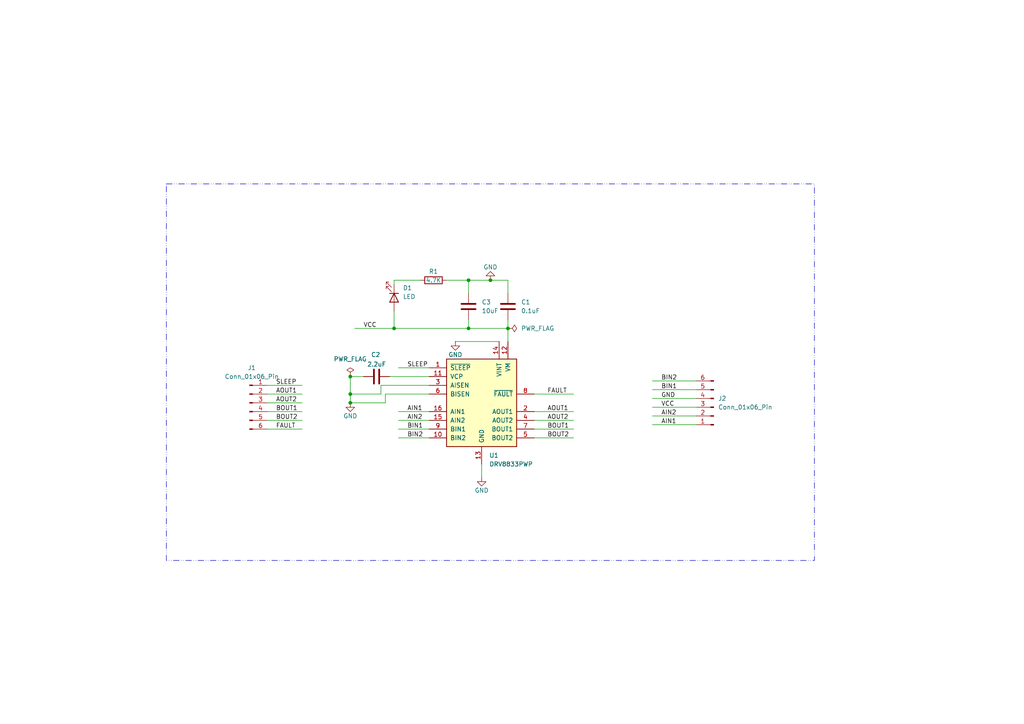
<source format=kicad_sch>
(kicad_sch (version 20231120) (generator "eeschema") (generator_version "8.0")
  (paper "A4")
  (title_block (title "DRV8833") (company "HisarCS") (comment 1 "Emre Day1.)"))
  (lib_symbols
    (symbol "Connector:Conn_01x06_Pin" (pin_names (offset 1.016) hide)
      (property "Reference" "J" (at 0 7.62 0))
      (property "Value" "Conn_01x06_Pin" (at 0 -10.16 0))
      (symbol "Conn_01x06_Pin_1_1"
        (polyline (pts (xy 1.27 -7.62) (xy 0.8636 -7.62)) (stroke (width 0.1524)))
        (polyline (pts (xy 1.27 -5.08) (xy 0.8636 -5.08)) (stroke (width 0.1524)))
        (polyline (pts (xy 1.27 -2.54) (xy 0.8636 -2.54)) (stroke (width 0.1524)))
        (polyline (pts (xy 1.27 0) (xy 0.8636 0)) (stroke (width 0.1524)))
        (polyline (pts (xy 1.27 2.54) (xy 0.8636 2.54)) (stroke (width 0.1524)))
        (polyline (pts (xy 1.27 5.08) (xy 0.8636 5.08)) (stroke (width 0.1524)))
        (rectangle (start 0.8636 -7.493) (end 0 -7.747) (stroke (width 0.1524)) (fill (type outline)))
        (rectangle (start 0.8636 -4.953) (end 0 -5.207) (stroke (width 0.1524)) (fill (type outline)))
        (rectangle (start 0.8636 -2.413) (end 0 -2.667) (stroke (width 0.1524)) (fill (type outline)))
        (rectangle (start 0.8636 0.127) (end 0 -0.127) (stroke (width 0.1524)) (fill (type outline)))
        (rectangle (start 0.8636 2.667) (end 0 2.413) (stroke (width 0.1524)) (fill (type outline)))
        (rectangle (start 0.8636 5.207) (end 0 4.953) (stroke (width 0.1524)) (fill (type outline)))
        (pin passive line (at 5.08 5.08 180) (length 3.81) (name "Pin_1") (number "1"))
        (pin passive line (at 5.08 2.54 180) (length 3.81) (name "Pin_2") (number "2"))
        (pin passive line (at 5.08 0 180) (length 3.81) (name "Pin_3") (number "3"))
        (pin passive line (at 5.08 -2.54 180) (length 3.81) (name "Pin_4") (number "4"))
        (pin passive line (at 5.08 -5.08 180) (length 3.81) (name "Pin_5") (number "5"))
        (pin passive line (at 5.08 -7.62 180) (length 3.81) (name "Pin_6") (number "6"))
      )
    )
    (symbol "Device:C" (pin_numbers hide) (pin_names (offset 0.254))
      (property "Reference" "C" (at 0.635 2.54 0))
      (property "Value" "C" (at 0.635 -2.54 0))
      (symbol "C_0_1"
        (polyline (pts (xy -2.032 -0.762) (xy 2.032 -0.762)) (stroke (width 0.508)))
        (polyline (pts (xy -2.032 0.762) (xy 2.032 0.762)) (stroke (width 0.508)))
      )
      (symbol "C_1_1"
        (pin passive line (at 0 3.81 270) (length 2.794) (name "~") (number "1"))
        (pin passive line (at 0 -3.81 90) (length 2.794) (name "~") (number "2"))
      )
    )
    (symbol "Device:LED" (pin_numbers hide) (pin_names (offset 1.016) hide)
      (property "Reference" "D" (at 0 2.54 0))
      (property "Value" "LED" (at 0 -2.54 0))
      (symbol "LED_0_1"
        (polyline (pts (xy -1.27 -1.27) (xy -1.27 1.27)) (stroke (width 0.254)))
        (polyline (pts (xy -1.27 0) (xy 1.27 0)))
        (polyline (pts (xy 1.27 -1.27) (xy 1.27 1.27) (xy -1.27 0) (xy 1.27 -1.27)) (stroke (width 0.254)))
        (polyline (pts (xy -3.048 -0.762) (xy -4.572 -2.286) (xy -3.81 -2.286) (xy -4.572 -2.286) (xy -4.572 -1.524)))
        (polyline (pts (xy -1.778 -0.762) (xy -3.302 -2.286) (xy -2.54 -2.286) (xy -3.302 -2.286) (xy -3.302 -1.524)))
      )
      (symbol "LED_1_1"
        (pin passive line (at -3.81 0 0) (length 2.54) (name "K") (number "1"))
        (pin passive line (at 3.81 0 180) (length 2.54) (name "A") (number "2"))
      )
    )
    (symbol "Device:R" (pin_numbers hide) (pin_names (offset 0))
      (property "Reference" "R" (at 2.032 0 90))
      (property "Value" "R" (at 0 0 90))
      (symbol "R_0_1"
        (rectangle (start -1.016 -2.54) (end 1.016 2.54) (stroke (width 0.254)))
      )
      (symbol "R_1_1"
        (pin passive line (at 0 3.81 270) (length 1.27) (name "~") (number "1"))
        (pin passive line (at 0 -3.81 90) (length 1.27) (name "~") (number "2"))
      )
    )
    (symbol "Driver_Motor:DRV8833PWP" (pin_names (offset 1.016))
      (property "Reference" "U" (at -3.81 16.51 0))
      (property "Value" "DRV8833PWP" (at -3.81 13.97 0))
      (symbol "DRV8833PWP_0_1"
        (rectangle (start -10.16 12.7) (end 10.16 -12.7) (stroke (width 0.254)) (fill (type background)))
      )
      (symbol "DRV8833PWP_1_1"
        (pin input line (at -15.24 10.16 0) (length 5.08) (name "~{SLEEP}") (number "1"))
        (pin input line (at -15.24 -10.16 0) (length 5.08) (name "BIN2") (number "10"))
        (pin bidirectional line (at -15.24 7.62 0) (length 5.08) (name "VCP") (number "11"))
        (pin power_in line (at 7.62 17.78 270) (length 5.08) (name "VM") (number "12"))
        (pin power_in line (at 0 -17.78 90) (length 5.08) (name "GND") (number "13"))
        (pin power_in line (at 5.08 17.78 270) (length 5.08) (name "VINT") (number "14"))
        (pin input line (at -15.24 -5.08 0) (length 5.08) (name "AIN2") (number "15"))
        (pin input line (at -15.24 -2.54 0) (length 5.08) (name "AIN1") (number "16"))
        (pin passive line (at 0 -17.78 90) (length 5.08) hide (name "GND") (number "17"))
        (pin power_out line (at 15.24 -2.54 180) (length 5.08) (name "AOUT1") (number "2"))
        (pin bidirectional line (at -15.24 5.08 0) (length 5.08) (name "AISEN") (number "3"))
        (pin power_out line (at 15.24 -5.08 180) (length 5.08) (name "AOUT2") (number "4"))
        (pin power_out line (at 15.24 -10.16 180) (length 5.08) (name "BOUT2") (number "5"))
        (pin bidirectional line (at -15.24 2.54 0) (length 5.08) (name "BISEN") (number "6"))
        (pin power_out line (at 15.24 -7.62 180) (length 5.08) (name "BOUT1") (number "7"))
        (pin open_collector line (at 15.24 2.54 180) (length 5.08) (name "~{FAULT}") (number "8"))
        (pin input line (at -15.24 -7.62 0) (length 5.08) (name "BIN1") (number "9"))
      )
    )
    (symbol "power:GND" (power) (pin_numbers hide) (pin_names (offset 0) hide)
      (property "Value" "GND" (at 0 -3.81 0))
      (symbol "GND_0_1"
        (polyline (pts (xy 0 0) (xy 0 -1.27) (xy 1.27 -1.27) (xy 0 -2.54) (xy -1.27 -1.27) (xy 0 -1.27)))
      )
      (symbol "GND_1_1"
        (pin power_in line (at 0 0 270) (length 0) (name "~") (number "1"))
      )
    )
    (symbol "power:PWR_FLAG" (power) (pin_numbers hide) (pin_names (offset 0) hide)
      (property "Value" "PWR_FLAG" (at 0 3.81 0))
      (symbol "PWR_FLAG_0_0"
        (pin power_out line (at 0 0 90) (length 0) (name "~") (number "1"))
      )
      (symbol "PWR_FLAG_0_1"
        (polyline (pts (xy 0 0) (xy 0 1.27) (xy -1.016 1.905) (xy 0 2.54) (xy 1.016 1.905) (xy 0 1.27)))
      )
    )
  )
  (junction (at 142.24 81.28))
  (junction (at 114.3 95.25))
  (junction (at 147.32 95.25))
  (junction (at 135.89 95.25))
  (junction (at 101.6 109.22))
  (junction (at 101.6 116.84))
  (junction (at 101.6 114.3))
  (junction (at 135.89 81.28))
  (wire (pts (xy 110.49 111.76) (xy 124.46 111.76)))
  (wire (pts (xy 154.94 121.92) (xy 166.37 121.92)))
  (wire (pts (xy 147.32 85.09) (xy 147.32 81.28)))
  (wire (pts (xy 115.57 119.38) (xy 124.46 119.38)))
  (wire (pts (xy 135.89 95.25) (xy 147.32 95.25)))
  (wire (pts (xy 77.47 121.92) (xy 87.63 121.92)))
  (wire (pts (xy 132.08 99.06) (xy 144.78 99.06)))
  (wire (pts (xy 115.57 121.92) (xy 124.46 121.92)))
  (wire (pts (xy 135.89 81.28) (xy 142.24 81.28)))
  (wire (pts (xy 147.32 81.28) (xy 142.24 81.28)))
  (wire (pts (xy 105.41 109.22) (xy 101.6 109.22)))
  (wire (pts (xy 101.6 109.22) (xy 101.6 114.3)))
  (wire (pts (xy 147.32 95.25) (xy 147.32 99.06)))
  (wire (pts (xy 139.7 134.62) (xy 139.7 138.43)))
  (wire (pts (xy 154.94 119.38) (xy 166.37 119.38)))
  (wire (pts (xy 115.57 124.46) (xy 124.46 124.46)))
  (wire (pts (xy 111.76 116.84) (xy 101.6 116.84)))
  (wire (pts (xy 115.57 106.68) (xy 124.46 106.68)))
  (wire (pts (xy 147.32 92.71) (xy 147.32 95.25)))
  (wire (pts (xy 114.3 81.28) (xy 114.3 82.55)))
  (wire (pts (xy 189.23 113.03) (xy 201.93 113.03)))
  (wire (pts (xy 110.49 114.3) (xy 101.6 114.3)))
  (wire (pts (xy 111.76 114.3) (xy 124.46 114.3)))
  (wire (pts (xy 102.87 95.25) (xy 114.3 95.25)))
  (wire (pts (xy 135.89 92.71) (xy 135.89 95.25)))
  (wire (pts (xy 77.47 116.84) (xy 87.63 116.84)))
  (wire (pts (xy 114.3 95.25) (xy 135.89 95.25)))
  (wire (pts (xy 111.76 114.3) (xy 111.76 116.84)))
  (wire (pts (xy 101.6 114.3) (xy 101.6 116.84)))
  (wire (pts (xy 189.23 110.49) (xy 201.93 110.49)))
  (wire (pts (xy 77.47 114.3) (xy 87.63 114.3)))
  (wire (pts (xy 154.94 124.46) (xy 166.37 124.46)))
  (wire (pts (xy 110.49 111.76) (xy 110.49 114.3)))
  (wire (pts (xy 189.23 123.19) (xy 201.93 123.19)))
  (wire (pts (xy 129.54 81.28) (xy 135.89 81.28)))
  (wire (pts (xy 189.23 115.57) (xy 201.93 115.57)))
  (wire (pts (xy 114.3 95.25) (xy 114.3 90.17)))
  (wire (pts (xy 121.92 81.28) (xy 114.3 81.28)))
  (wire (pts (xy 77.47 111.76) (xy 87.63 111.76)))
  (wire (pts (xy 77.47 119.38) (xy 87.63 119.38)))
  (wire (pts (xy 115.57 127) (xy 124.46 127)))
  (wire (pts (xy 77.47 124.46) (xy 87.63 124.46)))
  (wire (pts (xy 189.23 120.65) (xy 201.93 120.65)))
  (wire (pts (xy 154.94 127) (xy 166.37 127)))
  (wire (pts (xy 135.89 81.28) (xy 135.89 85.09)))
  (wire (pts (xy 154.94 114.3) (xy 166.37 114.3)))
  (wire (pts (xy 113.03 109.22) (xy 124.46 109.22)))
  (wire (pts (xy 189.23 118.11) (xy 201.93 118.11)))
  (rectangle (start 48.26 53.34) (end 236.22 162.56) (stroke (width 0) (type dash_dot_dot)))
  (label "SLEEP" (at 80.01 111.76 0))
  (label "VCC" (at 191.77 118.11 0))
  (label "BOUT1" (at 80.01 119.38 0))
  (label "AIN2" (at 118.11 121.92 0))
  (label "BOUT1" (at 158.75 124.46 0))
  (label "AOUT2" (at 158.75 121.92 0))
  (label "BIN2" (at 118.11 127 0))
  (label "BIN2" (at 191.77 110.49 0))
  (label "FAULT" (at 80.01 124.46 0))
  (label "AOUT1" (at 80.01 114.3 0))
  (label "SLEEP" (at 118.11 106.68 0))
  (label "AIN2" (at 191.77 120.65 0))
  (label "BIN1" (at 191.77 113.03 0))
  (label "AOUT2" (at 80.01 116.84 0))
  (label "VCC" (at 105.41 95.25 0))
  (label "AOUT1" (at 158.75 119.38 0))
  (label "AIN1" (at 191.77 123.19 0))
  (label "BOUT2" (at 80.01 121.92 0))
  (label "BIN1" (at 118.11 124.46 0))
  (label "FAULT" (at 158.75 114.3 0))
  (label "AIN1" (at 118.11 119.38 0))
  (label "BOUT2" (at 158.75 127 0))
  (label "GND" (at 191.77 115.57 0))
  (symbol (lib_id "Connector:Conn_01x06_Pin") (at 207.01 118.11 180) (unit 1)
    (property "Reference" "J2" (at 208.28 115.5699 0) (effects (justify right)))
    (property "Value" "Conn_01x06_Pin" (at 208.28 118.1099 0) (effects (justify right)))
    (property "Footprint" "Connector_PinHeader_2.54mm:PinHeader_1x06_P2.54mm_Vertical" (effects (hide yes)))
    (property "Description" "Generic connector, single row, 01x06, script generated" (effects (hide yes)))
  )
  (symbol (lib_id "Driver_Motor:DRV8833PWP") (at 139.7 116.84 0) (unit 1)
    (property "Reference" "U1" (at 141.8941 132.08 0) (effects (justify left)))
    (property "Value" "DRV8833PWP" (at 141.8941 134.62 0) (effects (justify left)))
    (property "Footprint" "Package_SO:HTSSOP-16-1EP_4.4x5mm_P0.65mm_EP3.4x5mm_Mask2.46x2.31mm_ThermalVias" (effects (hide yes)))
    (property "Datasheet" "http://www.ti.com/lit/ds/symlink/drv8833.pdf" (effects (hide yes)))
    (property "Description" "Dual H-Bridge Motor Driver, HTSSOP-16" (effects (hide yes)))
  )
  (symbol (lib_id "power:PWR_FLAG") (at 101.6 109.22 0) (unit 1)
    (property "Reference" "#FLG01" (effects (hide yes)))
    (property "Value" "PWR_FLAG" (at 101.6 104.14 0))
    (property "Description" "Special symbol for telling ERC where power comes from" (effects (hide yes)))
  )
  (symbol (lib_id "Device:LED") (at 114.3 86.36 270) (unit 1)
    (property "Reference" "D1" (at 116.84 83.5024 90) (effects (justify left)))
    (property "Value" "LED" (at 116.84 86.0424 90) (effects (justify left)))
    (property "Footprint" "LED_SMD:LED_0805_2012Metric" (effects (hide yes)))
    (property "Description" "Light emitting diode" (effects (hide yes)))
  )
  (symbol (lib_id "power:PWR_FLAG") (at 147.32 95.25 270) (unit 1)
    (property "Reference" "#FLG02" (effects (hide yes)))
    (property "Value" "PWR_FLAG" (at 151.13 95.2499 90) (effects (justify left)))
    (property "Description" "Special symbol for telling ERC where power comes from" (effects (hide yes)))
  )
  (symbol (lib_id "power:GND") (at 101.6 116.84 0) (unit 1)
    (property "Reference" "#PWR01" (effects (hide yes)))
    (property "Value" "GND" (at 101.6 120.65 0))
    (property "Description" "Power symbol creates a global label with name \"GND\" , ground" (effects (hide yes)))
  )
  (symbol (lib_id "power:GND") (at 132.08 99.06 0) (unit 1)
    (property "Reference" "#PWR03" (effects (hide yes)))
    (property "Value" "GND" (at 132.08 102.87 0))
    (property "Description" "Power symbol creates a global label with name \"GND\" , ground" (effects (hide yes)))
  )
  (symbol (lib_id "Device:C") (at 135.89 88.9 0) (unit 1)
    (property "Reference" "C3" (at 139.7 87.6299 0) (effects (justify left)))
    (property "Value" "10uF" (at 139.7 90.1699 0) (effects (justify left)))
    (property "Footprint" "Capacitor_Tantalum_SMD:CP_EIA-3528-15_AVX-H" (effects (hide yes)))
    (property "Description" "Unpolarized capacitor" (effects (hide yes)))
  )
  (symbol (lib_id "Device:C") (at 109.22 109.22 90) (unit 1)
    (property "Reference" "C2" (at 108.966 102.87 90))
    (property "Value" "2.2uF" (at 109.22 105.664 90))
    (property "Footprint" "Capacitor_SMD:C_0805_2012Metric" (effects (hide yes)))
    (property "Description" "Unpolarized capacitor" (effects (hide yes)))
  )
  (symbol (lib_id "power:GND") (at 139.7 138.43 0) (unit 1)
    (property "Reference" "#PWR02" (effects (hide yes)))
    (property "Value" "GND" (at 139.7 142.24 0))
    (property "Description" "Power symbol creates a global label with name \"GND\" , ground" (effects (hide yes)))
  )
  (symbol (lib_id "Connector:Conn_01x06_Pin") (at 72.39 116.84 0) (unit 1)
    (property "Reference" "J1" (at 73.025 106.68 0))
    (property "Value" "Conn_01x06_Pin" (at 73.025 109.22 0))
    (property "Footprint" "Connector_PinHeader_2.54mm:PinHeader_1x06_P2.54mm_Vertical" (effects (hide yes)))
    (property "Description" "Generic connector, single row, 01x06, script generated" (effects (hide yes)))
  )
  (symbol (lib_id "power:GND") (at 142.24 81.28 180) (unit 1)
    (property "Reference" "#PWR04" (effects (hide yes)))
    (property "Value" "GND" (at 142.24 77.47 0))
    (property "Description" "Power symbol creates a global label with name \"GND\" , ground" (effects (hide yes)))
  )
  (symbol (lib_id "Device:R") (at 125.73 81.28 270) (unit 1)
    (property "Reference" "R1" (at 125.73 78.74 90))
    (property "Value" "4.7K" (at 125.73 81.28 90))
    (property "Footprint" "Resistor_SMD:R_0805_2012Metric" (effects (hide yes)))
    (property "Description" "Resistor" (effects (hide yes)))
  )
  (symbol (lib_id "Device:C") (at 147.32 88.9 0) (unit 1)
    (property "Reference" "C1" (at 151.13 87.6299 0) (effects (justify left)))
    (property "Value" "0.1uF" (at 151.13 90.1699 0) (effects (justify left)))
    (property "Footprint" "Capacitor_SMD:C_0805_2012Metric" (effects (hide yes)))
    (property "Description" "Unpolarized capacitor" (effects (hide yes)))
  )
)
</source>
